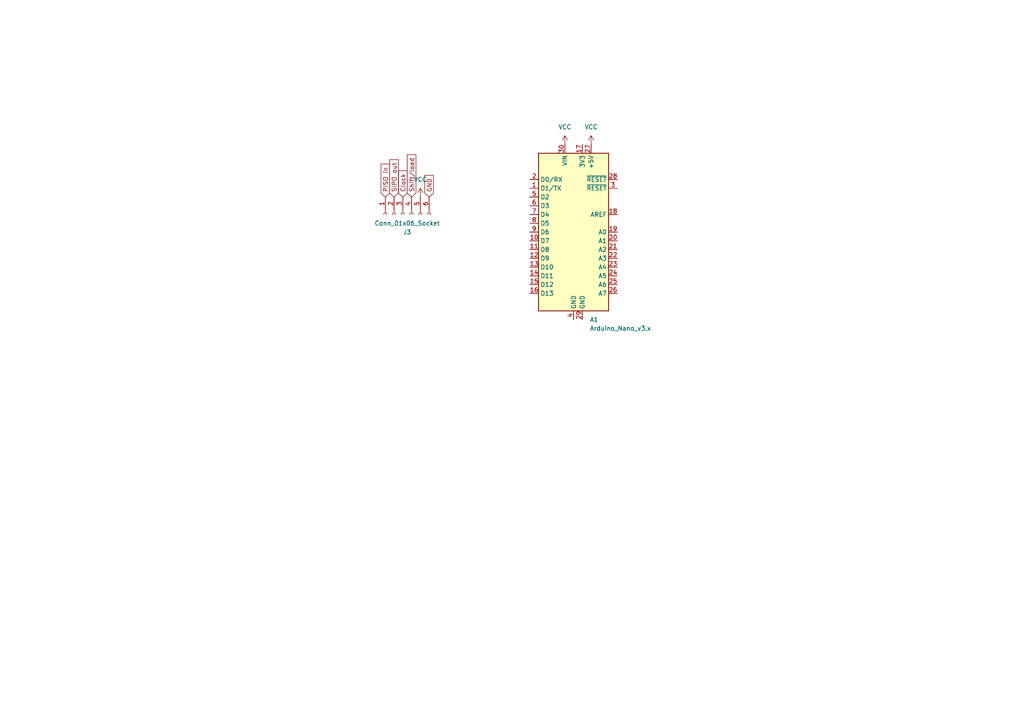
<source format=kicad_sch>
(kicad_sch (version 20250114) (generator "eeschema") (generator_version "9.0")
  (paper "A4")
  (lib_symbols
    (symbol "Connector:Conn_01x06_Socket" (pin_names (offset 1.016) (hide yes))
      (property "Reference" "J" (at 0 7.62 0))
      (property "Value" "Conn_01x06_Socket" (at 0 -10.16 0))
      (symbol "Conn_01x06_Socket_1_1"
        (polyline (pts (xy -1.27 5.08) (xy -0.508 5.08)) (stroke (width 0.1524)))
        (polyline (pts (xy -1.27 2.54) (xy -0.508 2.54)) (stroke (width 0.1524)))
        (polyline (pts (xy -1.27 0) (xy -0.508 0)) (stroke (width 0.1524)))
        (polyline (pts (xy -1.27 -2.54) (xy -0.508 -2.54)) (stroke (width 0.1524)))
        (polyline (pts (xy -1.27 -5.08) (xy -0.508 -5.08)) (stroke (width 0.1524)))
        (polyline (pts (xy -1.27 -7.62) (xy -0.508 -7.62)) (stroke (width 0.1524)))
        (arc (start 0 4.572) (mid -0.5058 5.08) (end 0 5.588) (stroke (width 0.1524)))
        (arc (start 0 2.032) (mid -0.5058 2.54) (end 0 3.048) (stroke (width 0.1524)))
        (arc (start 0 -0.508) (mid -0.5058 0) (end 0 0.508) (stroke (width 0.1524)))
        (arc (start 0 -3.048) (mid -0.5058 -2.54) (end 0 -2.032) (stroke (width 0.1524)))
        (arc (start 0 -5.588) (mid -0.5058 -5.08) (end 0 -4.572) (stroke (width 0.1524)))
        (arc (start 0 -8.128) (mid -0.5058 -7.62) (end 0 -7.112) (stroke (width 0.1524)))
        (pin passive line (at -5.08 5.08 0) (length 3.81) (name "Pin_1") (number "1"))
        (pin passive line (at -5.08 2.54 0) (length 3.81) (name "Pin_2") (number "2"))
        (pin passive line (at -5.08 0 0) (length 3.81) (name "Pin_3") (number "3"))
        (pin passive line (at -5.08 -2.54 0) (length 3.81) (name "Pin_4") (number "4"))
        (pin passive line (at -5.08 -5.08 0) (length 3.81) (name "Pin_5") (number "5"))
        (pin passive line (at -5.08 -7.62 0) (length 3.81) (name "Pin_6") (number "6"))
      )
    )
    (symbol "MCU_Module:Arduino_Nano_v3.x"
      (property "Reference" "A" (at -10.16 23.495 0))
      (property "Value" "Arduino_Nano_v3.x" (at 5.08 -24.13 0))
      (symbol "Arduino_Nano_v3.x_0_1"
        (rectangle (start -10.16 22.86) (end 10.16 -22.86) (stroke (width 0.254)) (fill (type background)))
      )
      (symbol "Arduino_Nano_v3.x_1_1"
        (pin bidirectional line (at -12.7 15.24 0) (length 2.54) (name "D0/RX") (number "2"))
        (pin bidirectional line (at -12.7 12.7 0) (length 2.54) (name "D1/TX") (number "1"))
        (pin bidirectional line (at -12.7 10.16 0) (length 2.54) (name "D2") (number "5"))
        (pin bidirectional line (at -12.7 7.62 0) (length 2.54) (name "D3") (number "6"))
        (pin bidirectional line (at -12.7 5.08 0) (length 2.54) (name "D4") (number "7"))
        (pin bidirectional line (at -12.7 2.54 0) (length 2.54) (name "D5") (number "8"))
        (pin bidirectional line (at -12.7 0 0) (length 2.54) (name "D6") (number "9"))
        (pin bidirectional line (at -12.7 -2.54 0) (length 2.54) (name "D7") (number "10"))
        (pin bidirectional line (at -12.7 -5.08 0) (length 2.54) (name "D8") (number "11"))
        (pin bidirectional line (at -12.7 -7.62 0) (length 2.54) (name "D9") (number "12"))
        (pin bidirectional line (at -12.7 -10.16 0) (length 2.54) (name "D10") (number "13"))
        (pin bidirectional line (at -12.7 -12.7 0) (length 2.54) (name "D11") (number "14"))
        (pin bidirectional line (at -12.7 -15.24 0) (length 2.54) (name "D12") (number "15"))
        (pin bidirectional line (at -12.7 -17.78 0) (length 2.54) (name "D13") (number "16"))
        (pin power_in line (at -2.54 25.4 270) (length 2.54) (name "VIN") (number "30"))
        (pin power_in line (at 0 -25.4 90) (length 2.54) (name "GND") (number "4"))
        (pin power_out line (at 2.54 25.4 270) (length 2.54) (name "3V3") (number "17"))
        (pin power_in line (at 2.54 -25.4 90) (length 2.54) (name "GND") (number "29"))
        (pin power_out line (at 5.08 25.4 270) (length 2.54) (name "+5V") (number "27"))
        (pin input line (at 12.7 15.24 180) (length 2.54) (name "~{RESET}") (number "28"))
        (pin input line (at 12.7 12.7 180) (length 2.54) (name "~{RESET}") (number "3"))
        (pin input line (at 12.7 5.08 180) (length 2.54) (name "AREF") (number "18"))
        (pin bidirectional line (at 12.7 0 180) (length 2.54) (name "A0") (number "19"))
        (pin bidirectional line (at 12.7 -2.54 180) (length 2.54) (name "A1") (number "20"))
        (pin bidirectional line (at 12.7 -5.08 180) (length 2.54) (name "A2") (number "21"))
        (pin bidirectional line (at 12.7 -7.62 180) (length 2.54) (name "A3") (number "22"))
        (pin bidirectional line (at 12.7 -10.16 180) (length 2.54) (name "A4") (number "23"))
        (pin bidirectional line (at 12.7 -12.7 180) (length 2.54) (name "A5") (number "24"))
        (pin bidirectional line (at 12.7 -15.24 180) (length 2.54) (name "A6") (number "25"))
        (pin bidirectional line (at 12.7 -17.78 180) (length 2.54) (name "A7") (number "26"))
      )
    )
    (symbol "power:VCC" (power) (pin_numbers (hide yes)) (pin_names (offset 0) (hide yes))
      (property "Value" "VCC" (at 0 3.556 0))
      (symbol "VCC_0_1"
        (polyline (pts (xy -0.762 1.27) (xy 0 2.54)))
        (polyline (pts (xy 0 2.54) (xy 0.762 1.27)))
        (polyline (pts (xy 0 0) (xy 0 2.54)))
      )
      (symbol "VCC_1_1"
        (pin power_in line (at 0 0 90) (length 0) (name "~") (number "1"))
      )
    )
  )
  (global_label "SIPO out" (shape input) (at 114.3 57.15 90) (property "Intersheetrefs" "${INTERSHEET_REFS}" (effects (hide yes))))
  (global_label "Clock" (shape input) (at 116.84 57.15 90) (property "Intersheetrefs" "${INTERSHEET_REFS}" (effects (hide yes))))
  (global_label "PISO in" (shape input) (at 111.76 57.15 90) (property "Intersheetrefs" "${INTERSHEET_REFS}" (effects (hide yes))))
  (global_label "GND" (shape input) (at 124.46 57.15 90) (property "Intersheetrefs" "${INTERSHEET_REFS}" (effects (hide yes))))
  (global_label "Shift{slash}load" (shape input) (at 119.38 57.15 90) (property "Intersheetrefs" "${INTERSHEET_REFS}" (effects (hide yes))))
  (symbol (lib_id "MCU_Module:Arduino_Nano_v3.x") (at 166.37 67.31 0) (unit 1)
    (property "Reference" "A1" (at 171.0533 92.71 0) (effects (justify left)))
    (property "Value" "Arduino_Nano_v3.x" (at 171.0533 95.25 0) (effects (justify left)))
    (property "Footprint" "Module:Arduino_Nano" (effects (hide yes)))
    (property "Datasheet" "http://www.mouser.com/pdfdocs/Gravitech_Arduino_Nano3_0.pdf" (effects (hide yes)))
    (property "Description" "Arduino Nano v3.x" (effects (hide yes)))
  )
  (symbol (lib_id "power:VCC") (at 121.92 57.15 0) (unit 1)
    (property "Reference" "#PWR021" (effects (hide yes)))
    (property "Value" "VCC" (at 121.92 52.07 0))
    (property "Description" "Power symbol creates a global label with name \"VCC\"" (effects (hide yes)))
  )
  (symbol (lib_id "Connector:Conn_01x06_Socket") (at 116.84 62.23 90) (mirror x) (unit 1)
    (property "Reference" "J3" (at 118.11 67.31 90))
    (property "Value" "Conn_01x06_Socket" (at 118.11 64.77 90))
    (property "Footprint" "timezoneClock:flatcable conn 6" (effects (hide yes)))
    (property "Description" "Generic connector, single row, 01x06, script generated" (effects (hide yes)))
  )
  (symbol (lib_id "power:VCC") (at 171.45 41.91 0) (unit 1)
    (property "Reference" "#PWR022" (effects (hide yes)))
    (property "Value" "VCC" (at 171.45 36.83 0))
    (property "Description" "Power symbol creates a global label with name \"VCC\"" (effects (hide yes)))
  )
  (symbol (lib_id "power:VCC") (at 163.83 41.91 0) (unit 1)
    (property "Reference" "#PWR023" (effects (hide yes)))
    (property "Value" "VCC" (at 163.83 36.83 0))
    (property "Description" "Power symbol creates a global label with name \"VCC\"" (effects (hide yes)))
  )
)
</source>
